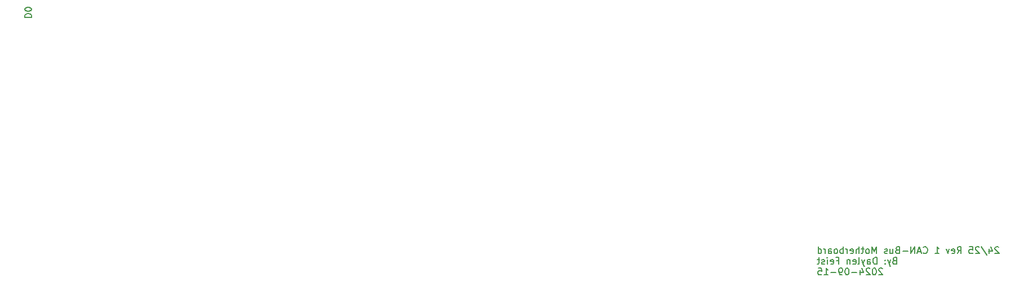
<source format=gbo>
%TF.GenerationSoftware,KiCad,Pcbnew,7.0.8*%
%TF.CreationDate,2024-09-15T13:04:07-06:00*%
%TF.ProjectId,CANBOARD_REV1,43414e42-4f41-4524-945f-524556312e6b,rev?*%
%TF.SameCoordinates,Original*%
%TF.FileFunction,Legend,Bot*%
%TF.FilePolarity,Positive*%
%FSLAX46Y46*%
G04 Gerber Fmt 4.6, Leading zero omitted, Abs format (unit mm)*
G04 Created by KiCad (PCBNEW 7.0.8) date 2024-09-15 13:04:07*
%MOMM*%
%LPD*%
G01*
G04 APERTURE LIST*
%ADD10C,0.150000*%
%ADD11C,1.600000*%
%ADD12O,1.600000X1.600000*%
%ADD13R,2.600000X2.600000*%
%ADD14C,2.600000*%
%ADD15C,1.800000*%
%ADD16C,1.727200*%
%ADD17R,1.727200X1.727200*%
%ADD18R,1.700000X1.700000*%
%ADD19O,1.700000X1.700000*%
%ADD20C,2.400000*%
%ADD21R,1.800000X1.800000*%
%ADD22C,2.340000*%
G04 APERTURE END LIST*
D10*
X225419639Y-90948057D02*
X225372020Y-90900438D01*
X225372020Y-90900438D02*
X225276782Y-90852819D01*
X225276782Y-90852819D02*
X225038687Y-90852819D01*
X225038687Y-90852819D02*
X224943449Y-90900438D01*
X224943449Y-90900438D02*
X224895830Y-90948057D01*
X224895830Y-90948057D02*
X224848211Y-91043295D01*
X224848211Y-91043295D02*
X224848211Y-91138533D01*
X224848211Y-91138533D02*
X224895830Y-91281390D01*
X224895830Y-91281390D02*
X225467258Y-91852819D01*
X225467258Y-91852819D02*
X224848211Y-91852819D01*
X223991068Y-91186152D02*
X223991068Y-91852819D01*
X224229163Y-90805200D02*
X224467258Y-91519485D01*
X224467258Y-91519485D02*
X223848211Y-91519485D01*
X222752973Y-90805200D02*
X223610115Y-92090914D01*
X222467258Y-90948057D02*
X222419639Y-90900438D01*
X222419639Y-90900438D02*
X222324401Y-90852819D01*
X222324401Y-90852819D02*
X222086306Y-90852819D01*
X222086306Y-90852819D02*
X221991068Y-90900438D01*
X221991068Y-90900438D02*
X221943449Y-90948057D01*
X221943449Y-90948057D02*
X221895830Y-91043295D01*
X221895830Y-91043295D02*
X221895830Y-91138533D01*
X221895830Y-91138533D02*
X221943449Y-91281390D01*
X221943449Y-91281390D02*
X222514877Y-91852819D01*
X222514877Y-91852819D02*
X221895830Y-91852819D01*
X220991068Y-90852819D02*
X221467258Y-90852819D01*
X221467258Y-90852819D02*
X221514877Y-91329009D01*
X221514877Y-91329009D02*
X221467258Y-91281390D01*
X221467258Y-91281390D02*
X221372020Y-91233771D01*
X221372020Y-91233771D02*
X221133925Y-91233771D01*
X221133925Y-91233771D02*
X221038687Y-91281390D01*
X221038687Y-91281390D02*
X220991068Y-91329009D01*
X220991068Y-91329009D02*
X220943449Y-91424247D01*
X220943449Y-91424247D02*
X220943449Y-91662342D01*
X220943449Y-91662342D02*
X220991068Y-91757580D01*
X220991068Y-91757580D02*
X221038687Y-91805200D01*
X221038687Y-91805200D02*
X221133925Y-91852819D01*
X221133925Y-91852819D02*
X221372020Y-91852819D01*
X221372020Y-91852819D02*
X221467258Y-91805200D01*
X221467258Y-91805200D02*
X221514877Y-91757580D01*
X219181544Y-91852819D02*
X219514877Y-91376628D01*
X219752972Y-91852819D02*
X219752972Y-90852819D01*
X219752972Y-90852819D02*
X219372020Y-90852819D01*
X219372020Y-90852819D02*
X219276782Y-90900438D01*
X219276782Y-90900438D02*
X219229163Y-90948057D01*
X219229163Y-90948057D02*
X219181544Y-91043295D01*
X219181544Y-91043295D02*
X219181544Y-91186152D01*
X219181544Y-91186152D02*
X219229163Y-91281390D01*
X219229163Y-91281390D02*
X219276782Y-91329009D01*
X219276782Y-91329009D02*
X219372020Y-91376628D01*
X219372020Y-91376628D02*
X219752972Y-91376628D01*
X218372020Y-91805200D02*
X218467258Y-91852819D01*
X218467258Y-91852819D02*
X218657734Y-91852819D01*
X218657734Y-91852819D02*
X218752972Y-91805200D01*
X218752972Y-91805200D02*
X218800591Y-91709961D01*
X218800591Y-91709961D02*
X218800591Y-91329009D01*
X218800591Y-91329009D02*
X218752972Y-91233771D01*
X218752972Y-91233771D02*
X218657734Y-91186152D01*
X218657734Y-91186152D02*
X218467258Y-91186152D01*
X218467258Y-91186152D02*
X218372020Y-91233771D01*
X218372020Y-91233771D02*
X218324401Y-91329009D01*
X218324401Y-91329009D02*
X218324401Y-91424247D01*
X218324401Y-91424247D02*
X218800591Y-91519485D01*
X217991067Y-91186152D02*
X217752972Y-91852819D01*
X217752972Y-91852819D02*
X217514877Y-91186152D01*
X215848210Y-91852819D02*
X216419638Y-91852819D01*
X216133924Y-91852819D02*
X216133924Y-90852819D01*
X216133924Y-90852819D02*
X216229162Y-90995676D01*
X216229162Y-90995676D02*
X216324400Y-91090914D01*
X216324400Y-91090914D02*
X216419638Y-91138533D01*
X214086305Y-91757580D02*
X214133924Y-91805200D01*
X214133924Y-91805200D02*
X214276781Y-91852819D01*
X214276781Y-91852819D02*
X214372019Y-91852819D01*
X214372019Y-91852819D02*
X214514876Y-91805200D01*
X214514876Y-91805200D02*
X214610114Y-91709961D01*
X214610114Y-91709961D02*
X214657733Y-91614723D01*
X214657733Y-91614723D02*
X214705352Y-91424247D01*
X214705352Y-91424247D02*
X214705352Y-91281390D01*
X214705352Y-91281390D02*
X214657733Y-91090914D01*
X214657733Y-91090914D02*
X214610114Y-90995676D01*
X214610114Y-90995676D02*
X214514876Y-90900438D01*
X214514876Y-90900438D02*
X214372019Y-90852819D01*
X214372019Y-90852819D02*
X214276781Y-90852819D01*
X214276781Y-90852819D02*
X214133924Y-90900438D01*
X214133924Y-90900438D02*
X214086305Y-90948057D01*
X213705352Y-91567104D02*
X213229162Y-91567104D01*
X213800590Y-91852819D02*
X213467257Y-90852819D01*
X213467257Y-90852819D02*
X213133924Y-91852819D01*
X212800590Y-91852819D02*
X212800590Y-90852819D01*
X212800590Y-90852819D02*
X212229162Y-91852819D01*
X212229162Y-91852819D02*
X212229162Y-90852819D01*
X211752971Y-91471866D02*
X210991067Y-91471866D01*
X210181543Y-91329009D02*
X210038686Y-91376628D01*
X210038686Y-91376628D02*
X209991067Y-91424247D01*
X209991067Y-91424247D02*
X209943448Y-91519485D01*
X209943448Y-91519485D02*
X209943448Y-91662342D01*
X209943448Y-91662342D02*
X209991067Y-91757580D01*
X209991067Y-91757580D02*
X210038686Y-91805200D01*
X210038686Y-91805200D02*
X210133924Y-91852819D01*
X210133924Y-91852819D02*
X210514876Y-91852819D01*
X210514876Y-91852819D02*
X210514876Y-90852819D01*
X210514876Y-90852819D02*
X210181543Y-90852819D01*
X210181543Y-90852819D02*
X210086305Y-90900438D01*
X210086305Y-90900438D02*
X210038686Y-90948057D01*
X210038686Y-90948057D02*
X209991067Y-91043295D01*
X209991067Y-91043295D02*
X209991067Y-91138533D01*
X209991067Y-91138533D02*
X210038686Y-91233771D01*
X210038686Y-91233771D02*
X210086305Y-91281390D01*
X210086305Y-91281390D02*
X210181543Y-91329009D01*
X210181543Y-91329009D02*
X210514876Y-91329009D01*
X209086305Y-91186152D02*
X209086305Y-91852819D01*
X209514876Y-91186152D02*
X209514876Y-91709961D01*
X209514876Y-91709961D02*
X209467257Y-91805200D01*
X209467257Y-91805200D02*
X209372019Y-91852819D01*
X209372019Y-91852819D02*
X209229162Y-91852819D01*
X209229162Y-91852819D02*
X209133924Y-91805200D01*
X209133924Y-91805200D02*
X209086305Y-91757580D01*
X208657733Y-91805200D02*
X208562495Y-91852819D01*
X208562495Y-91852819D02*
X208372019Y-91852819D01*
X208372019Y-91852819D02*
X208276781Y-91805200D01*
X208276781Y-91805200D02*
X208229162Y-91709961D01*
X208229162Y-91709961D02*
X208229162Y-91662342D01*
X208229162Y-91662342D02*
X208276781Y-91567104D01*
X208276781Y-91567104D02*
X208372019Y-91519485D01*
X208372019Y-91519485D02*
X208514876Y-91519485D01*
X208514876Y-91519485D02*
X208610114Y-91471866D01*
X208610114Y-91471866D02*
X208657733Y-91376628D01*
X208657733Y-91376628D02*
X208657733Y-91329009D01*
X208657733Y-91329009D02*
X208610114Y-91233771D01*
X208610114Y-91233771D02*
X208514876Y-91186152D01*
X208514876Y-91186152D02*
X208372019Y-91186152D01*
X208372019Y-91186152D02*
X208276781Y-91233771D01*
X207038685Y-91852819D02*
X207038685Y-90852819D01*
X207038685Y-90852819D02*
X206705352Y-91567104D01*
X206705352Y-91567104D02*
X206372019Y-90852819D01*
X206372019Y-90852819D02*
X206372019Y-91852819D01*
X205752971Y-91852819D02*
X205848209Y-91805200D01*
X205848209Y-91805200D02*
X205895828Y-91757580D01*
X205895828Y-91757580D02*
X205943447Y-91662342D01*
X205943447Y-91662342D02*
X205943447Y-91376628D01*
X205943447Y-91376628D02*
X205895828Y-91281390D01*
X205895828Y-91281390D02*
X205848209Y-91233771D01*
X205848209Y-91233771D02*
X205752971Y-91186152D01*
X205752971Y-91186152D02*
X205610114Y-91186152D01*
X205610114Y-91186152D02*
X205514876Y-91233771D01*
X205514876Y-91233771D02*
X205467257Y-91281390D01*
X205467257Y-91281390D02*
X205419638Y-91376628D01*
X205419638Y-91376628D02*
X205419638Y-91662342D01*
X205419638Y-91662342D02*
X205467257Y-91757580D01*
X205467257Y-91757580D02*
X205514876Y-91805200D01*
X205514876Y-91805200D02*
X205610114Y-91852819D01*
X205610114Y-91852819D02*
X205752971Y-91852819D01*
X205133923Y-91186152D02*
X204752971Y-91186152D01*
X204991066Y-90852819D02*
X204991066Y-91709961D01*
X204991066Y-91709961D02*
X204943447Y-91805200D01*
X204943447Y-91805200D02*
X204848209Y-91852819D01*
X204848209Y-91852819D02*
X204752971Y-91852819D01*
X204419637Y-91852819D02*
X204419637Y-90852819D01*
X203991066Y-91852819D02*
X203991066Y-91329009D01*
X203991066Y-91329009D02*
X204038685Y-91233771D01*
X204038685Y-91233771D02*
X204133923Y-91186152D01*
X204133923Y-91186152D02*
X204276780Y-91186152D01*
X204276780Y-91186152D02*
X204372018Y-91233771D01*
X204372018Y-91233771D02*
X204419637Y-91281390D01*
X203133923Y-91805200D02*
X203229161Y-91852819D01*
X203229161Y-91852819D02*
X203419637Y-91852819D01*
X203419637Y-91852819D02*
X203514875Y-91805200D01*
X203514875Y-91805200D02*
X203562494Y-91709961D01*
X203562494Y-91709961D02*
X203562494Y-91329009D01*
X203562494Y-91329009D02*
X203514875Y-91233771D01*
X203514875Y-91233771D02*
X203419637Y-91186152D01*
X203419637Y-91186152D02*
X203229161Y-91186152D01*
X203229161Y-91186152D02*
X203133923Y-91233771D01*
X203133923Y-91233771D02*
X203086304Y-91329009D01*
X203086304Y-91329009D02*
X203086304Y-91424247D01*
X203086304Y-91424247D02*
X203562494Y-91519485D01*
X202657732Y-91852819D02*
X202657732Y-91186152D01*
X202657732Y-91376628D02*
X202610113Y-91281390D01*
X202610113Y-91281390D02*
X202562494Y-91233771D01*
X202562494Y-91233771D02*
X202467256Y-91186152D01*
X202467256Y-91186152D02*
X202372018Y-91186152D01*
X202038684Y-91852819D02*
X202038684Y-90852819D01*
X202038684Y-91233771D02*
X201943446Y-91186152D01*
X201943446Y-91186152D02*
X201752970Y-91186152D01*
X201752970Y-91186152D02*
X201657732Y-91233771D01*
X201657732Y-91233771D02*
X201610113Y-91281390D01*
X201610113Y-91281390D02*
X201562494Y-91376628D01*
X201562494Y-91376628D02*
X201562494Y-91662342D01*
X201562494Y-91662342D02*
X201610113Y-91757580D01*
X201610113Y-91757580D02*
X201657732Y-91805200D01*
X201657732Y-91805200D02*
X201752970Y-91852819D01*
X201752970Y-91852819D02*
X201943446Y-91852819D01*
X201943446Y-91852819D02*
X202038684Y-91805200D01*
X200991065Y-91852819D02*
X201086303Y-91805200D01*
X201086303Y-91805200D02*
X201133922Y-91757580D01*
X201133922Y-91757580D02*
X201181541Y-91662342D01*
X201181541Y-91662342D02*
X201181541Y-91376628D01*
X201181541Y-91376628D02*
X201133922Y-91281390D01*
X201133922Y-91281390D02*
X201086303Y-91233771D01*
X201086303Y-91233771D02*
X200991065Y-91186152D01*
X200991065Y-91186152D02*
X200848208Y-91186152D01*
X200848208Y-91186152D02*
X200752970Y-91233771D01*
X200752970Y-91233771D02*
X200705351Y-91281390D01*
X200705351Y-91281390D02*
X200657732Y-91376628D01*
X200657732Y-91376628D02*
X200657732Y-91662342D01*
X200657732Y-91662342D02*
X200705351Y-91757580D01*
X200705351Y-91757580D02*
X200752970Y-91805200D01*
X200752970Y-91805200D02*
X200848208Y-91852819D01*
X200848208Y-91852819D02*
X200991065Y-91852819D01*
X199800589Y-91852819D02*
X199800589Y-91329009D01*
X199800589Y-91329009D02*
X199848208Y-91233771D01*
X199848208Y-91233771D02*
X199943446Y-91186152D01*
X199943446Y-91186152D02*
X200133922Y-91186152D01*
X200133922Y-91186152D02*
X200229160Y-91233771D01*
X199800589Y-91805200D02*
X199895827Y-91852819D01*
X199895827Y-91852819D02*
X200133922Y-91852819D01*
X200133922Y-91852819D02*
X200229160Y-91805200D01*
X200229160Y-91805200D02*
X200276779Y-91709961D01*
X200276779Y-91709961D02*
X200276779Y-91614723D01*
X200276779Y-91614723D02*
X200229160Y-91519485D01*
X200229160Y-91519485D02*
X200133922Y-91471866D01*
X200133922Y-91471866D02*
X199895827Y-91471866D01*
X199895827Y-91471866D02*
X199800589Y-91424247D01*
X199324398Y-91852819D02*
X199324398Y-91186152D01*
X199324398Y-91376628D02*
X199276779Y-91281390D01*
X199276779Y-91281390D02*
X199229160Y-91233771D01*
X199229160Y-91233771D02*
X199133922Y-91186152D01*
X199133922Y-91186152D02*
X199038684Y-91186152D01*
X198276779Y-91852819D02*
X198276779Y-90852819D01*
X198276779Y-91805200D02*
X198372017Y-91852819D01*
X198372017Y-91852819D02*
X198562493Y-91852819D01*
X198562493Y-91852819D02*
X198657731Y-91805200D01*
X198657731Y-91805200D02*
X198705350Y-91757580D01*
X198705350Y-91757580D02*
X198752969Y-91662342D01*
X198752969Y-91662342D02*
X198752969Y-91376628D01*
X198752969Y-91376628D02*
X198705350Y-91281390D01*
X198705350Y-91281390D02*
X198657731Y-91233771D01*
X198657731Y-91233771D02*
X198562493Y-91186152D01*
X198562493Y-91186152D02*
X198372017Y-91186152D01*
X198372017Y-91186152D02*
X198276779Y-91233771D01*
X209752971Y-92939009D02*
X209610114Y-92986628D01*
X209610114Y-92986628D02*
X209562495Y-93034247D01*
X209562495Y-93034247D02*
X209514876Y-93129485D01*
X209514876Y-93129485D02*
X209514876Y-93272342D01*
X209514876Y-93272342D02*
X209562495Y-93367580D01*
X209562495Y-93367580D02*
X209610114Y-93415200D01*
X209610114Y-93415200D02*
X209705352Y-93462819D01*
X209705352Y-93462819D02*
X210086304Y-93462819D01*
X210086304Y-93462819D02*
X210086304Y-92462819D01*
X210086304Y-92462819D02*
X209752971Y-92462819D01*
X209752971Y-92462819D02*
X209657733Y-92510438D01*
X209657733Y-92510438D02*
X209610114Y-92558057D01*
X209610114Y-92558057D02*
X209562495Y-92653295D01*
X209562495Y-92653295D02*
X209562495Y-92748533D01*
X209562495Y-92748533D02*
X209610114Y-92843771D01*
X209610114Y-92843771D02*
X209657733Y-92891390D01*
X209657733Y-92891390D02*
X209752971Y-92939009D01*
X209752971Y-92939009D02*
X210086304Y-92939009D01*
X209181542Y-92796152D02*
X208943447Y-93462819D01*
X208705352Y-92796152D02*
X208943447Y-93462819D01*
X208943447Y-93462819D02*
X209038685Y-93700914D01*
X209038685Y-93700914D02*
X209086304Y-93748533D01*
X209086304Y-93748533D02*
X209181542Y-93796152D01*
X208324399Y-93367580D02*
X208276780Y-93415200D01*
X208276780Y-93415200D02*
X208324399Y-93462819D01*
X208324399Y-93462819D02*
X208372018Y-93415200D01*
X208372018Y-93415200D02*
X208324399Y-93367580D01*
X208324399Y-93367580D02*
X208324399Y-93462819D01*
X208324399Y-92843771D02*
X208276780Y-92891390D01*
X208276780Y-92891390D02*
X208324399Y-92939009D01*
X208324399Y-92939009D02*
X208372018Y-92891390D01*
X208372018Y-92891390D02*
X208324399Y-92843771D01*
X208324399Y-92843771D02*
X208324399Y-92939009D01*
X207086304Y-93462819D02*
X207086304Y-92462819D01*
X207086304Y-92462819D02*
X206848209Y-92462819D01*
X206848209Y-92462819D02*
X206705352Y-92510438D01*
X206705352Y-92510438D02*
X206610114Y-92605676D01*
X206610114Y-92605676D02*
X206562495Y-92700914D01*
X206562495Y-92700914D02*
X206514876Y-92891390D01*
X206514876Y-92891390D02*
X206514876Y-93034247D01*
X206514876Y-93034247D02*
X206562495Y-93224723D01*
X206562495Y-93224723D02*
X206610114Y-93319961D01*
X206610114Y-93319961D02*
X206705352Y-93415200D01*
X206705352Y-93415200D02*
X206848209Y-93462819D01*
X206848209Y-93462819D02*
X207086304Y-93462819D01*
X205657733Y-93462819D02*
X205657733Y-92939009D01*
X205657733Y-92939009D02*
X205705352Y-92843771D01*
X205705352Y-92843771D02*
X205800590Y-92796152D01*
X205800590Y-92796152D02*
X205991066Y-92796152D01*
X205991066Y-92796152D02*
X206086304Y-92843771D01*
X205657733Y-93415200D02*
X205752971Y-93462819D01*
X205752971Y-93462819D02*
X205991066Y-93462819D01*
X205991066Y-93462819D02*
X206086304Y-93415200D01*
X206086304Y-93415200D02*
X206133923Y-93319961D01*
X206133923Y-93319961D02*
X206133923Y-93224723D01*
X206133923Y-93224723D02*
X206086304Y-93129485D01*
X206086304Y-93129485D02*
X205991066Y-93081866D01*
X205991066Y-93081866D02*
X205752971Y-93081866D01*
X205752971Y-93081866D02*
X205657733Y-93034247D01*
X205276780Y-92796152D02*
X205038685Y-93462819D01*
X204800590Y-92796152D02*
X205038685Y-93462819D01*
X205038685Y-93462819D02*
X205133923Y-93700914D01*
X205133923Y-93700914D02*
X205181542Y-93748533D01*
X205181542Y-93748533D02*
X205276780Y-93796152D01*
X204276780Y-93462819D02*
X204372018Y-93415200D01*
X204372018Y-93415200D02*
X204419637Y-93319961D01*
X204419637Y-93319961D02*
X204419637Y-92462819D01*
X203514875Y-93415200D02*
X203610113Y-93462819D01*
X203610113Y-93462819D02*
X203800589Y-93462819D01*
X203800589Y-93462819D02*
X203895827Y-93415200D01*
X203895827Y-93415200D02*
X203943446Y-93319961D01*
X203943446Y-93319961D02*
X203943446Y-92939009D01*
X203943446Y-92939009D02*
X203895827Y-92843771D01*
X203895827Y-92843771D02*
X203800589Y-92796152D01*
X203800589Y-92796152D02*
X203610113Y-92796152D01*
X203610113Y-92796152D02*
X203514875Y-92843771D01*
X203514875Y-92843771D02*
X203467256Y-92939009D01*
X203467256Y-92939009D02*
X203467256Y-93034247D01*
X203467256Y-93034247D02*
X203943446Y-93129485D01*
X203038684Y-92796152D02*
X203038684Y-93462819D01*
X203038684Y-92891390D02*
X202991065Y-92843771D01*
X202991065Y-92843771D02*
X202895827Y-92796152D01*
X202895827Y-92796152D02*
X202752970Y-92796152D01*
X202752970Y-92796152D02*
X202657732Y-92843771D01*
X202657732Y-92843771D02*
X202610113Y-92939009D01*
X202610113Y-92939009D02*
X202610113Y-93462819D01*
X201038684Y-92939009D02*
X201372017Y-92939009D01*
X201372017Y-93462819D02*
X201372017Y-92462819D01*
X201372017Y-92462819D02*
X200895827Y-92462819D01*
X200133922Y-93415200D02*
X200229160Y-93462819D01*
X200229160Y-93462819D02*
X200419636Y-93462819D01*
X200419636Y-93462819D02*
X200514874Y-93415200D01*
X200514874Y-93415200D02*
X200562493Y-93319961D01*
X200562493Y-93319961D02*
X200562493Y-92939009D01*
X200562493Y-92939009D02*
X200514874Y-92843771D01*
X200514874Y-92843771D02*
X200419636Y-92796152D01*
X200419636Y-92796152D02*
X200229160Y-92796152D01*
X200229160Y-92796152D02*
X200133922Y-92843771D01*
X200133922Y-92843771D02*
X200086303Y-92939009D01*
X200086303Y-92939009D02*
X200086303Y-93034247D01*
X200086303Y-93034247D02*
X200562493Y-93129485D01*
X199657731Y-93462819D02*
X199657731Y-92796152D01*
X199657731Y-92462819D02*
X199705350Y-92510438D01*
X199705350Y-92510438D02*
X199657731Y-92558057D01*
X199657731Y-92558057D02*
X199610112Y-92510438D01*
X199610112Y-92510438D02*
X199657731Y-92462819D01*
X199657731Y-92462819D02*
X199657731Y-92558057D01*
X199229160Y-93415200D02*
X199133922Y-93462819D01*
X199133922Y-93462819D02*
X198943446Y-93462819D01*
X198943446Y-93462819D02*
X198848208Y-93415200D01*
X198848208Y-93415200D02*
X198800589Y-93319961D01*
X198800589Y-93319961D02*
X198800589Y-93272342D01*
X198800589Y-93272342D02*
X198848208Y-93177104D01*
X198848208Y-93177104D02*
X198943446Y-93129485D01*
X198943446Y-93129485D02*
X199086303Y-93129485D01*
X199086303Y-93129485D02*
X199181541Y-93081866D01*
X199181541Y-93081866D02*
X199229160Y-92986628D01*
X199229160Y-92986628D02*
X199229160Y-92939009D01*
X199229160Y-92939009D02*
X199181541Y-92843771D01*
X199181541Y-92843771D02*
X199086303Y-92796152D01*
X199086303Y-92796152D02*
X198943446Y-92796152D01*
X198943446Y-92796152D02*
X198848208Y-92843771D01*
X198514874Y-92796152D02*
X198133922Y-92796152D01*
X198372017Y-92462819D02*
X198372017Y-93319961D01*
X198372017Y-93319961D02*
X198324398Y-93415200D01*
X198324398Y-93415200D02*
X198229160Y-93462819D01*
X198229160Y-93462819D02*
X198133922Y-93462819D01*
X207943445Y-94168057D02*
X207895826Y-94120438D01*
X207895826Y-94120438D02*
X207800588Y-94072819D01*
X207800588Y-94072819D02*
X207562493Y-94072819D01*
X207562493Y-94072819D02*
X207467255Y-94120438D01*
X207467255Y-94120438D02*
X207419636Y-94168057D01*
X207419636Y-94168057D02*
X207372017Y-94263295D01*
X207372017Y-94263295D02*
X207372017Y-94358533D01*
X207372017Y-94358533D02*
X207419636Y-94501390D01*
X207419636Y-94501390D02*
X207991064Y-95072819D01*
X207991064Y-95072819D02*
X207372017Y-95072819D01*
X206752969Y-94072819D02*
X206657731Y-94072819D01*
X206657731Y-94072819D02*
X206562493Y-94120438D01*
X206562493Y-94120438D02*
X206514874Y-94168057D01*
X206514874Y-94168057D02*
X206467255Y-94263295D01*
X206467255Y-94263295D02*
X206419636Y-94453771D01*
X206419636Y-94453771D02*
X206419636Y-94691866D01*
X206419636Y-94691866D02*
X206467255Y-94882342D01*
X206467255Y-94882342D02*
X206514874Y-94977580D01*
X206514874Y-94977580D02*
X206562493Y-95025200D01*
X206562493Y-95025200D02*
X206657731Y-95072819D01*
X206657731Y-95072819D02*
X206752969Y-95072819D01*
X206752969Y-95072819D02*
X206848207Y-95025200D01*
X206848207Y-95025200D02*
X206895826Y-94977580D01*
X206895826Y-94977580D02*
X206943445Y-94882342D01*
X206943445Y-94882342D02*
X206991064Y-94691866D01*
X206991064Y-94691866D02*
X206991064Y-94453771D01*
X206991064Y-94453771D02*
X206943445Y-94263295D01*
X206943445Y-94263295D02*
X206895826Y-94168057D01*
X206895826Y-94168057D02*
X206848207Y-94120438D01*
X206848207Y-94120438D02*
X206752969Y-94072819D01*
X206038683Y-94168057D02*
X205991064Y-94120438D01*
X205991064Y-94120438D02*
X205895826Y-94072819D01*
X205895826Y-94072819D02*
X205657731Y-94072819D01*
X205657731Y-94072819D02*
X205562493Y-94120438D01*
X205562493Y-94120438D02*
X205514874Y-94168057D01*
X205514874Y-94168057D02*
X205467255Y-94263295D01*
X205467255Y-94263295D02*
X205467255Y-94358533D01*
X205467255Y-94358533D02*
X205514874Y-94501390D01*
X205514874Y-94501390D02*
X206086302Y-95072819D01*
X206086302Y-95072819D02*
X205467255Y-95072819D01*
X204610112Y-94406152D02*
X204610112Y-95072819D01*
X204848207Y-94025200D02*
X205086302Y-94739485D01*
X205086302Y-94739485D02*
X204467255Y-94739485D01*
X204086302Y-94691866D02*
X203324398Y-94691866D01*
X202657731Y-94072819D02*
X202562493Y-94072819D01*
X202562493Y-94072819D02*
X202467255Y-94120438D01*
X202467255Y-94120438D02*
X202419636Y-94168057D01*
X202419636Y-94168057D02*
X202372017Y-94263295D01*
X202372017Y-94263295D02*
X202324398Y-94453771D01*
X202324398Y-94453771D02*
X202324398Y-94691866D01*
X202324398Y-94691866D02*
X202372017Y-94882342D01*
X202372017Y-94882342D02*
X202419636Y-94977580D01*
X202419636Y-94977580D02*
X202467255Y-95025200D01*
X202467255Y-95025200D02*
X202562493Y-95072819D01*
X202562493Y-95072819D02*
X202657731Y-95072819D01*
X202657731Y-95072819D02*
X202752969Y-95025200D01*
X202752969Y-95025200D02*
X202800588Y-94977580D01*
X202800588Y-94977580D02*
X202848207Y-94882342D01*
X202848207Y-94882342D02*
X202895826Y-94691866D01*
X202895826Y-94691866D02*
X202895826Y-94453771D01*
X202895826Y-94453771D02*
X202848207Y-94263295D01*
X202848207Y-94263295D02*
X202800588Y-94168057D01*
X202800588Y-94168057D02*
X202752969Y-94120438D01*
X202752969Y-94120438D02*
X202657731Y-94072819D01*
X201848207Y-95072819D02*
X201657731Y-95072819D01*
X201657731Y-95072819D02*
X201562493Y-95025200D01*
X201562493Y-95025200D02*
X201514874Y-94977580D01*
X201514874Y-94977580D02*
X201419636Y-94834723D01*
X201419636Y-94834723D02*
X201372017Y-94644247D01*
X201372017Y-94644247D02*
X201372017Y-94263295D01*
X201372017Y-94263295D02*
X201419636Y-94168057D01*
X201419636Y-94168057D02*
X201467255Y-94120438D01*
X201467255Y-94120438D02*
X201562493Y-94072819D01*
X201562493Y-94072819D02*
X201752969Y-94072819D01*
X201752969Y-94072819D02*
X201848207Y-94120438D01*
X201848207Y-94120438D02*
X201895826Y-94168057D01*
X201895826Y-94168057D02*
X201943445Y-94263295D01*
X201943445Y-94263295D02*
X201943445Y-94501390D01*
X201943445Y-94501390D02*
X201895826Y-94596628D01*
X201895826Y-94596628D02*
X201848207Y-94644247D01*
X201848207Y-94644247D02*
X201752969Y-94691866D01*
X201752969Y-94691866D02*
X201562493Y-94691866D01*
X201562493Y-94691866D02*
X201467255Y-94644247D01*
X201467255Y-94644247D02*
X201419636Y-94596628D01*
X201419636Y-94596628D02*
X201372017Y-94501390D01*
X200943445Y-94691866D02*
X200181541Y-94691866D01*
X199181541Y-95072819D02*
X199752969Y-95072819D01*
X199467255Y-95072819D02*
X199467255Y-94072819D01*
X199467255Y-94072819D02*
X199562493Y-94215676D01*
X199562493Y-94215676D02*
X199657731Y-94310914D01*
X199657731Y-94310914D02*
X199752969Y-94358533D01*
X198276779Y-94072819D02*
X198752969Y-94072819D01*
X198752969Y-94072819D02*
X198800588Y-94549009D01*
X198800588Y-94549009D02*
X198752969Y-94501390D01*
X198752969Y-94501390D02*
X198657731Y-94453771D01*
X198657731Y-94453771D02*
X198419636Y-94453771D01*
X198419636Y-94453771D02*
X198324398Y-94501390D01*
X198324398Y-94501390D02*
X198276779Y-94549009D01*
X198276779Y-94549009D02*
X198229160Y-94644247D01*
X198229160Y-94644247D02*
X198229160Y-94882342D01*
X198229160Y-94882342D02*
X198276779Y-94977580D01*
X198276779Y-94977580D02*
X198324398Y-95025200D01*
X198324398Y-95025200D02*
X198419636Y-95072819D01*
X198419636Y-95072819D02*
X198657731Y-95072819D01*
X198657731Y-95072819D02*
X198752969Y-95025200D01*
X198752969Y-95025200D02*
X198800588Y-94977580D01*
X79030180Y-56278094D02*
X80030180Y-56278094D01*
X80030180Y-56278094D02*
X80030180Y-56039999D01*
X80030180Y-56039999D02*
X79982561Y-55897142D01*
X79982561Y-55897142D02*
X79887323Y-55801904D01*
X79887323Y-55801904D02*
X79792085Y-55754285D01*
X79792085Y-55754285D02*
X79601609Y-55706666D01*
X79601609Y-55706666D02*
X79458752Y-55706666D01*
X79458752Y-55706666D02*
X79268276Y-55754285D01*
X79268276Y-55754285D02*
X79173038Y-55801904D01*
X79173038Y-55801904D02*
X79077800Y-55897142D01*
X79077800Y-55897142D02*
X79030180Y-56039999D01*
X79030180Y-56039999D02*
X79030180Y-56278094D01*
X80030180Y-55087618D02*
X80030180Y-54992380D01*
X80030180Y-54992380D02*
X79982561Y-54897142D01*
X79982561Y-54897142D02*
X79934942Y-54849523D01*
X79934942Y-54849523D02*
X79839704Y-54801904D01*
X79839704Y-54801904D02*
X79649228Y-54754285D01*
X79649228Y-54754285D02*
X79411133Y-54754285D01*
X79411133Y-54754285D02*
X79220657Y-54801904D01*
X79220657Y-54801904D02*
X79125419Y-54849523D01*
X79125419Y-54849523D02*
X79077800Y-54897142D01*
X79077800Y-54897142D02*
X79030180Y-54992380D01*
X79030180Y-54992380D02*
X79030180Y-55087618D01*
X79030180Y-55087618D02*
X79077800Y-55182856D01*
X79077800Y-55182856D02*
X79125419Y-55230475D01*
X79125419Y-55230475D02*
X79220657Y-55278094D01*
X79220657Y-55278094D02*
X79411133Y-55325713D01*
X79411133Y-55325713D02*
X79649228Y-55325713D01*
X79649228Y-55325713D02*
X79839704Y-55278094D01*
X79839704Y-55278094D02*
X79934942Y-55230475D01*
X79934942Y-55230475D02*
X79982561Y-55182856D01*
X79982561Y-55182856D02*
X80030180Y-55087618D01*
%LPC*%
D11*
%TO.C,R4*%
X135181000Y-78002500D03*
D12*
X135181000Y-67842500D03*
%TD*%
D13*
%TO.C,J3*%
X26915000Y-27100000D03*
D14*
X31995000Y-27100000D03*
X37075000Y-27100000D03*
%TD*%
D13*
%TO.C,J1*%
X88920000Y-26600000D03*
D14*
X94000000Y-26600000D03*
X99080000Y-26600000D03*
X104160000Y-26600000D03*
X109240000Y-26600000D03*
X114320000Y-26600000D03*
X119400000Y-26600000D03*
X124480000Y-26600000D03*
%TD*%
D15*
%TO.C,A1*%
X77580000Y-50460000D03*
X77580000Y-91100000D03*
X92820000Y-50460000D03*
X92820000Y-91100000D03*
D16*
X92820000Y-86020000D03*
X92820000Y-60620000D03*
X92820000Y-80940000D03*
X92820000Y-78400000D03*
X92820000Y-75860000D03*
X92820000Y-73320000D03*
X92820000Y-70780000D03*
X92820000Y-68240000D03*
X92820000Y-65700000D03*
X92820000Y-63160000D03*
X92820000Y-83480000D03*
X92820000Y-58080000D03*
X77580000Y-55540000D03*
X77580000Y-53000000D03*
X77580000Y-63160000D03*
X77580000Y-65700000D03*
X77580000Y-68240000D03*
X77580000Y-70780000D03*
X77580000Y-73320000D03*
X77580000Y-75860000D03*
X77580000Y-78400000D03*
X77580000Y-80940000D03*
X77580000Y-83480000D03*
X77580000Y-86020000D03*
X77580000Y-88560000D03*
X92820000Y-88560000D03*
D17*
X77580000Y-60620000D03*
X92820000Y-55540000D03*
D16*
X77580000Y-58080000D03*
X92820000Y-53000000D03*
%TD*%
D18*
%TO.C,J5*%
X134200000Y-22520000D03*
D19*
X134200000Y-25060000D03*
X134200000Y-27600000D03*
X134200000Y-30140000D03*
X134200000Y-32680000D03*
X134200000Y-35220000D03*
X134200000Y-37760000D03*
X134200000Y-40300000D03*
%TD*%
D20*
%TO.C,F1*%
X124196000Y-73480000D03*
X124196000Y-63560000D03*
X127596000Y-73480000D03*
X127596000Y-63560000D03*
%TD*%
D21*
%TO.C,D2*%
X189375000Y-62700000D03*
D15*
X186835000Y-62700000D03*
%TD*%
D21*
%TO.C,D3*%
X189275000Y-73300000D03*
D15*
X186735000Y-73300000D03*
%TD*%
D13*
%TO.C,J8*%
X217805000Y-78520000D03*
D14*
X217805000Y-73440000D03*
X217805000Y-68360000D03*
X217805000Y-63280000D03*
%TD*%
D13*
%TO.C,J6*%
X128690000Y-88637000D03*
D14*
X133770000Y-88637000D03*
%TD*%
D11*
%TO.C,R8*%
X206180000Y-78400000D03*
D12*
X196020000Y-78400000D03*
%TD*%
D11*
%TO.C,R5*%
X193180000Y-67700000D03*
D12*
X183020000Y-67700000D03*
%TD*%
D22*
%TO.C,RV1*%
X193315000Y-50503000D03*
X190815000Y-40503000D03*
X188315000Y-50503000D03*
%TD*%
D18*
%TO.C,J4*%
X105840000Y-91183000D03*
D19*
X108380000Y-91183000D03*
X110920000Y-91183000D03*
X113460000Y-91183000D03*
%TD*%
D18*
%TO.C,J9*%
X120440000Y-62028000D03*
D19*
X120440000Y-64568000D03*
%TD*%
D11*
%TO.C,R1*%
X28000000Y-73720000D03*
D12*
X28000000Y-83880000D03*
%TD*%
D13*
%TO.C,J7*%
X185515000Y-26600000D03*
D14*
X190595000Y-26600000D03*
X195675000Y-26600000D03*
%TD*%
D11*
%TO.C,R6*%
X193100000Y-78400000D03*
D12*
X182940000Y-78400000D03*
%TD*%
D13*
%TO.C,J2*%
X44640000Y-26600000D03*
D14*
X49720000Y-26600000D03*
X54800000Y-26600000D03*
X59880000Y-26600000D03*
X64960000Y-26600000D03*
X70040000Y-26600000D03*
X75120000Y-26600000D03*
X80200000Y-26600000D03*
%TD*%
D11*
%TO.C,R7*%
X206100000Y-67700000D03*
D12*
X195940000Y-67700000D03*
%TD*%
D21*
%TO.C,D1*%
X135381000Y-62047500D03*
D15*
X135381000Y-64587500D03*
%TD*%
D18*
%TO.C,Q1*%
X27000000Y-59320000D03*
D19*
X27000000Y-61860000D03*
X27000000Y-64400000D03*
%TD*%
D11*
%TO.C,R2*%
X32400000Y-73720000D03*
D12*
X32400000Y-83880000D03*
%TD*%
D18*
%TO.C,Q2*%
X32200000Y-49860000D03*
D19*
X32200000Y-52400000D03*
X32200000Y-54940000D03*
%TD*%
D18*
%TO.C,Q3*%
X37800000Y-59200000D03*
D19*
X37800000Y-61740000D03*
X37800000Y-64280000D03*
%TD*%
D11*
%TO.C,R3*%
X37200000Y-73720000D03*
D12*
X37200000Y-83880000D03*
%TD*%
%LPD*%
M02*

</source>
